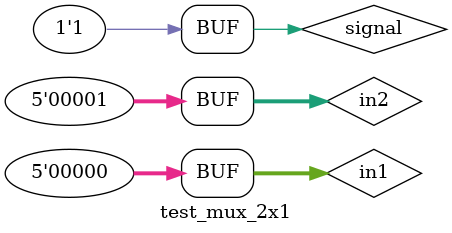
<source format=v>
`timescale 1ns / 1ps


module test_mux_2x1;

	// Inputs
	reg [4:0] in1;
	reg [4:0] in2;
	reg signal;

	// Outputs
	wire [4:0] out;

	// Instantiate the Unit Under Test (UUT)
	mux_2x1 uut (
		.in1(in1), 
		.in2(in2), 
		.signal(signal), 
		.out(out)
	);

	initial begin
		$monitor("in1 = %b, in2 = %b, signal = %b, out = %b", in1, in2, signal, out);
		// Initialize Inputs
		in1 = 5'b0;
		in2 = 5'b1;
		signal = 0;

		// Wait 100 ns for global reset to finish
		#100;
		in1 = 5'b0;
		in2 = 5'b1;
		signal = 1;
        
		// Add stimulus here

	end
      
endmodule


</source>
